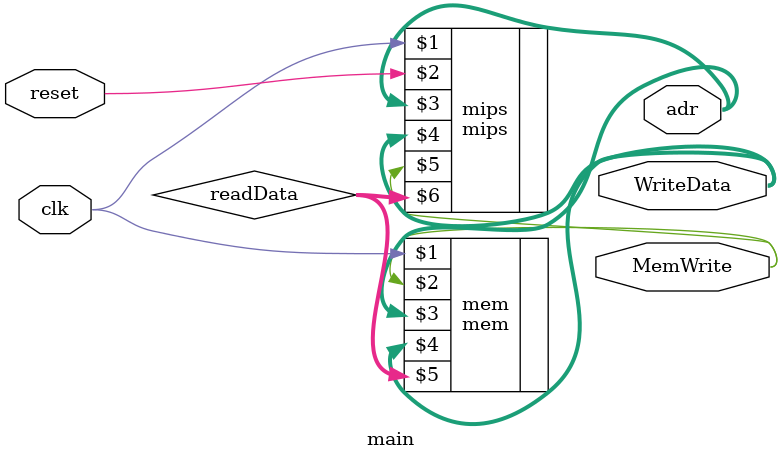
<source format=v>
`timescale 1ns / 1ps

module main(input clk, reset,
				output [31:0] WriteData, adr,
				output MemWrite);
				
wire [31:0] readData;

mips mips(clk, reset, adr, WriteData, MemWrite, readData);

mem mem(clk, MemWrite, adr, WriteData, readData);

endmodule

</source>
